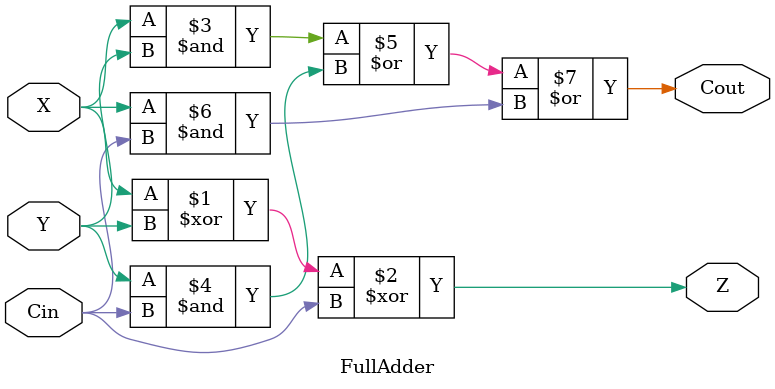
<source format=v>
module FullAdder(X, Y, Cin, Z, Cout);
    input X, Y, Cin;
    output Z, Cout;
    
    // Sum calculation remains same
    assign Z = X ^ Y ^ Cin;
    
    // Modified carry calculation
    assign Cout = ((X & Y) | (Y & Cin) | (X & Cin));
    // OR could use: assign Cout = ((X + Y) >= 2) || ((X + Y + Cin) >= 2);
endmodule
</source>
